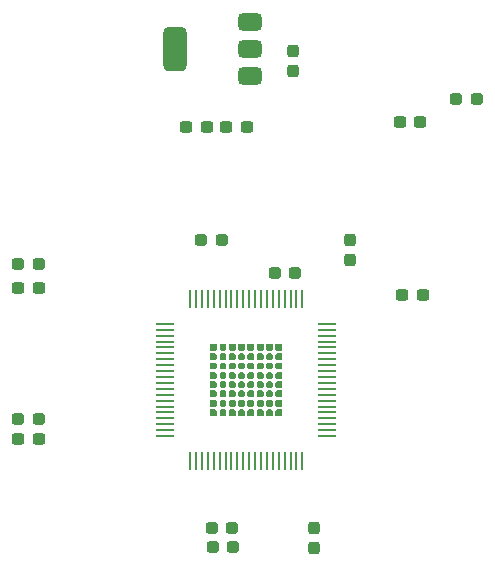
<source format=gbr>
%TF.GenerationSoftware,KiCad,Pcbnew,9.0.0*%
%TF.CreationDate,2025-03-16T19:50:11+02:00*%
%TF.ProjectId,TVP5147M1_decoder,54565035-3134-4374-9d31-5f6465636f64,rev?*%
%TF.SameCoordinates,Original*%
%TF.FileFunction,Paste,Top*%
%TF.FilePolarity,Positive*%
%FSLAX46Y46*%
G04 Gerber Fmt 4.6, Leading zero omitted, Abs format (unit mm)*
G04 Created by KiCad (PCBNEW 9.0.0) date 2025-03-16 19:50:11*
%MOMM*%
%LPD*%
G01*
G04 APERTURE LIST*
G04 Aperture macros list*
%AMRoundRect*
0 Rectangle with rounded corners*
0 $1 Rounding radius*
0 $2 $3 $4 $5 $6 $7 $8 $9 X,Y pos of 4 corners*
0 Add a 4 corners polygon primitive as box body*
4,1,4,$2,$3,$4,$5,$6,$7,$8,$9,$2,$3,0*
0 Add four circle primitives for the rounded corners*
1,1,$1+$1,$2,$3*
1,1,$1+$1,$4,$5*
1,1,$1+$1,$6,$7*
1,1,$1+$1,$8,$9*
0 Add four rect primitives between the rounded corners*
20,1,$1+$1,$2,$3,$4,$5,0*
20,1,$1+$1,$4,$5,$6,$7,0*
20,1,$1+$1,$6,$7,$8,$9,0*
20,1,$1+$1,$8,$9,$2,$3,0*%
G04 Aperture macros list end*
%ADD10C,0.000000*%
%ADD11RoundRect,0.237500X-0.300000X-0.237500X0.300000X-0.237500X0.300000X0.237500X-0.300000X0.237500X0*%
%ADD12RoundRect,0.237500X0.300000X0.237500X-0.300000X0.237500X-0.300000X-0.237500X0.300000X-0.237500X0*%
%ADD13R,0.279400X1.553299*%
%ADD14R,1.553299X0.279400*%
%ADD15RoundRect,0.237500X0.287500X0.237500X-0.287500X0.237500X-0.287500X-0.237500X0.287500X-0.237500X0*%
%ADD16RoundRect,0.237500X-0.287500X-0.237500X0.287500X-0.237500X0.287500X0.237500X-0.287500X0.237500X0*%
%ADD17RoundRect,0.237500X-0.237500X0.287500X-0.237500X-0.287500X0.237500X-0.287500X0.237500X0.287500X0*%
%ADD18RoundRect,0.237500X0.237500X-0.287500X0.237500X0.287500X-0.237500X0.287500X-0.237500X-0.287500X0*%
%ADD19RoundRect,0.375000X0.625000X0.375000X-0.625000X0.375000X-0.625000X-0.375000X0.625000X-0.375000X0*%
%ADD20RoundRect,0.500000X0.500000X1.400000X-0.500000X1.400000X-0.500000X-1.400000X0.500000X-1.400000X0*%
%ADD21RoundRect,0.237500X-0.237500X0.300000X-0.237500X-0.300000X0.237500X-0.300000X0.237500X0.300000X0*%
G04 APERTURE END LIST*
D10*
%TO.C,U2*%
G36*
X127512199Y-93443570D02*
G01*
X127512199Y-93748128D01*
X127370778Y-93889549D01*
X127066220Y-93889549D01*
X126924799Y-93748128D01*
X126924799Y-93443570D01*
X127066220Y-93302149D01*
X127370778Y-93302149D01*
X127512199Y-93443570D01*
G37*
G36*
X127512199Y-92656170D02*
G01*
X127512199Y-92960728D01*
X127370778Y-93102149D01*
X127066220Y-93102149D01*
X126924799Y-92960728D01*
X126924799Y-92656170D01*
X127066220Y-92514749D01*
X127370778Y-92514749D01*
X127512199Y-92656170D01*
G37*
G36*
X127512199Y-91868770D02*
G01*
X127512199Y-92173328D01*
X127370778Y-92314749D01*
X127066220Y-92314749D01*
X126924799Y-92173328D01*
X126924799Y-91868770D01*
X127066220Y-91727349D01*
X127370778Y-91727349D01*
X127512199Y-91868770D01*
G37*
G36*
X127512199Y-91081370D02*
G01*
X127512199Y-91385928D01*
X127370778Y-91527349D01*
X127066220Y-91527349D01*
X126924799Y-91385928D01*
X126924799Y-91081370D01*
X127066220Y-90939949D01*
X127370778Y-90939949D01*
X127512199Y-91081370D01*
G37*
G36*
X127512199Y-90293970D02*
G01*
X127512199Y-90598528D01*
X127370778Y-90739949D01*
X127066220Y-90739949D01*
X126924799Y-90598528D01*
X126924799Y-90293970D01*
X127066220Y-90152549D01*
X127370778Y-90152549D01*
X127512199Y-90293970D01*
G37*
G36*
X127512199Y-89506570D02*
G01*
X127512199Y-89811128D01*
X127370778Y-89952549D01*
X127066220Y-89952549D01*
X126924799Y-89811128D01*
X126924799Y-89506570D01*
X127066220Y-89365149D01*
X127370778Y-89365149D01*
X127512199Y-89506570D01*
G37*
G36*
X126724799Y-93443570D02*
G01*
X126724799Y-93748128D01*
X126583378Y-93889549D01*
X126278820Y-93889549D01*
X126137399Y-93748128D01*
X126137399Y-93443570D01*
X126278820Y-93302149D01*
X126583378Y-93302149D01*
X126724799Y-93443570D01*
G37*
G36*
X126724799Y-92656170D02*
G01*
X126724799Y-92960728D01*
X126583378Y-93102149D01*
X126278820Y-93102149D01*
X126137399Y-92960728D01*
X126137399Y-92656170D01*
X126278820Y-92514749D01*
X126583378Y-92514749D01*
X126724799Y-92656170D01*
G37*
G36*
X126724799Y-91868770D02*
G01*
X126724799Y-92173328D01*
X126583378Y-92314749D01*
X126278820Y-92314749D01*
X126137399Y-92173328D01*
X126137399Y-91868770D01*
X126278820Y-91727349D01*
X126583378Y-91727349D01*
X126724799Y-91868770D01*
G37*
G36*
X126724799Y-91081370D02*
G01*
X126724799Y-91385928D01*
X126583378Y-91527349D01*
X126278820Y-91527349D01*
X126137399Y-91385928D01*
X126137399Y-91081370D01*
X126278820Y-90939949D01*
X126583378Y-90939949D01*
X126724799Y-91081370D01*
G37*
G36*
X126724799Y-90293970D02*
G01*
X126724799Y-90598528D01*
X126583378Y-90739949D01*
X126278820Y-90739949D01*
X126137399Y-90598528D01*
X126137399Y-90293970D01*
X126278820Y-90152549D01*
X126583378Y-90152549D01*
X126724799Y-90293970D01*
G37*
G36*
X126724799Y-89506570D02*
G01*
X126724799Y-89811128D01*
X126583378Y-89952549D01*
X126278820Y-89952549D01*
X126137399Y-89811128D01*
X126137399Y-89506570D01*
X126278820Y-89365149D01*
X126583378Y-89365149D01*
X126724799Y-89506570D01*
G37*
G36*
X125937399Y-93443570D02*
G01*
X125937399Y-93748128D01*
X125795978Y-93889549D01*
X125491420Y-93889549D01*
X125349999Y-93748128D01*
X125349999Y-93443570D01*
X125491420Y-93302149D01*
X125795978Y-93302149D01*
X125937399Y-93443570D01*
G37*
G36*
X125937399Y-92656170D02*
G01*
X125937399Y-92960728D01*
X125795978Y-93102149D01*
X125491420Y-93102149D01*
X125349999Y-92960728D01*
X125349999Y-92656170D01*
X125491420Y-92514749D01*
X125795978Y-92514749D01*
X125937399Y-92656170D01*
G37*
G36*
X125937399Y-91868770D02*
G01*
X125937399Y-92173328D01*
X125795978Y-92314749D01*
X125491420Y-92314749D01*
X125349999Y-92173328D01*
X125349999Y-91868770D01*
X125491420Y-91727349D01*
X125795978Y-91727349D01*
X125937399Y-91868770D01*
G37*
G36*
X125937399Y-91081370D02*
G01*
X125937399Y-91385928D01*
X125795978Y-91527349D01*
X125491420Y-91527349D01*
X125349999Y-91385928D01*
X125349999Y-91081370D01*
X125491420Y-90939949D01*
X125795978Y-90939949D01*
X125937399Y-91081370D01*
G37*
G36*
X125937399Y-90293970D02*
G01*
X125937399Y-90598528D01*
X125795978Y-90739949D01*
X125491420Y-90739949D01*
X125349999Y-90598528D01*
X125349999Y-90293970D01*
X125491420Y-90152549D01*
X125795978Y-90152549D01*
X125937399Y-90293970D01*
G37*
G36*
X125937399Y-89506570D02*
G01*
X125937399Y-89811128D01*
X125795978Y-89952549D01*
X125491420Y-89952549D01*
X125349999Y-89811128D01*
X125349999Y-89506570D01*
X125491420Y-89365149D01*
X125795978Y-89365149D01*
X125937399Y-89506570D01*
G37*
G36*
X125149999Y-93443570D02*
G01*
X125149999Y-93748128D01*
X125008578Y-93889549D01*
X124704020Y-93889549D01*
X124562599Y-93748128D01*
X124562599Y-93443570D01*
X124704020Y-93302149D01*
X125008578Y-93302149D01*
X125149999Y-93443570D01*
G37*
G36*
X125149999Y-92656170D02*
G01*
X125149999Y-92960728D01*
X125008578Y-93102149D01*
X124704020Y-93102149D01*
X124562599Y-92960728D01*
X124562599Y-92656170D01*
X124704020Y-92514749D01*
X125008578Y-92514749D01*
X125149999Y-92656170D01*
G37*
G36*
X125149999Y-91868770D02*
G01*
X125149999Y-92173328D01*
X125008578Y-92314749D01*
X124704020Y-92314749D01*
X124562599Y-92173328D01*
X124562599Y-91868770D01*
X124704020Y-91727349D01*
X125008578Y-91727349D01*
X125149999Y-91868770D01*
G37*
G36*
X125149999Y-91081370D02*
G01*
X125149999Y-91385928D01*
X125008578Y-91527349D01*
X124704020Y-91527349D01*
X124562599Y-91385928D01*
X124562599Y-91081370D01*
X124704020Y-90939949D01*
X125008578Y-90939949D01*
X125149999Y-91081370D01*
G37*
G36*
X125149999Y-90293970D02*
G01*
X125149999Y-90598528D01*
X125008578Y-90739949D01*
X124704020Y-90739949D01*
X124562599Y-90598528D01*
X124562599Y-90293970D01*
X124704020Y-90152549D01*
X125008578Y-90152549D01*
X125149999Y-90293970D01*
G37*
G36*
X125149999Y-89506570D02*
G01*
X125149999Y-89811128D01*
X125008578Y-89952549D01*
X124704020Y-89952549D01*
X124562599Y-89811128D01*
X124562599Y-89506570D01*
X124704020Y-89365149D01*
X125008578Y-89365149D01*
X125149999Y-89506570D01*
G37*
G36*
X124362599Y-93443570D02*
G01*
X124362599Y-93748128D01*
X124221178Y-93889549D01*
X123916620Y-93889549D01*
X123775199Y-93748128D01*
X123775199Y-93443570D01*
X123916620Y-93302149D01*
X124221178Y-93302149D01*
X124362599Y-93443570D01*
G37*
G36*
X124362599Y-92656170D02*
G01*
X124362599Y-92960728D01*
X124221178Y-93102149D01*
X123916620Y-93102149D01*
X123775199Y-92960728D01*
X123775199Y-92656170D01*
X123916620Y-92514749D01*
X124221178Y-92514749D01*
X124362599Y-92656170D01*
G37*
G36*
X124362599Y-91868770D02*
G01*
X124362599Y-92173328D01*
X124221178Y-92314749D01*
X123916620Y-92314749D01*
X123775199Y-92173328D01*
X123775199Y-91868770D01*
X123916620Y-91727349D01*
X124221178Y-91727349D01*
X124362599Y-91868770D01*
G37*
G36*
X124362599Y-91081370D02*
G01*
X124362599Y-91385928D01*
X124221178Y-91527349D01*
X123916620Y-91527349D01*
X123775199Y-91385928D01*
X123775199Y-91081370D01*
X123916620Y-90939949D01*
X124221178Y-90939949D01*
X124362599Y-91081370D01*
G37*
G36*
X124362599Y-90293970D02*
G01*
X124362599Y-90598528D01*
X124221178Y-90739949D01*
X123916620Y-90739949D01*
X123775199Y-90598528D01*
X123775199Y-90293970D01*
X123916620Y-90152549D01*
X124221178Y-90152549D01*
X124362599Y-90293970D01*
G37*
G36*
X124362599Y-89506570D02*
G01*
X124362599Y-89811128D01*
X124221178Y-89952549D01*
X123916620Y-89952549D01*
X123775199Y-89811128D01*
X123775199Y-89506570D01*
X123916620Y-89365149D01*
X124221178Y-89365149D01*
X124362599Y-89506570D01*
G37*
G36*
X123575199Y-93443570D02*
G01*
X123575199Y-93748128D01*
X123433778Y-93889549D01*
X123129220Y-93889549D01*
X122987799Y-93748128D01*
X122987799Y-93443570D01*
X123129220Y-93302149D01*
X123433778Y-93302149D01*
X123575199Y-93443570D01*
G37*
G36*
X123575199Y-92656170D02*
G01*
X123575199Y-92960728D01*
X123433778Y-93102149D01*
X123129220Y-93102149D01*
X122987799Y-92960728D01*
X122987799Y-92656170D01*
X123129220Y-92514749D01*
X123433778Y-92514749D01*
X123575199Y-92656170D01*
G37*
G36*
X123575199Y-91868770D02*
G01*
X123575199Y-92173328D01*
X123433778Y-92314749D01*
X123129220Y-92314749D01*
X122987799Y-92173328D01*
X122987799Y-91868770D01*
X123129220Y-91727349D01*
X123433778Y-91727349D01*
X123575199Y-91868770D01*
G37*
G36*
X123575199Y-91081370D02*
G01*
X123575199Y-91385928D01*
X123433778Y-91527349D01*
X123129220Y-91527349D01*
X122987799Y-91385928D01*
X122987799Y-91081370D01*
X123129220Y-90939949D01*
X123433778Y-90939949D01*
X123575199Y-91081370D01*
G37*
G36*
X123575199Y-90293970D02*
G01*
X123575199Y-90598528D01*
X123433778Y-90739949D01*
X123129220Y-90739949D01*
X122987799Y-90598528D01*
X122987799Y-90293970D01*
X123129220Y-90152549D01*
X123433778Y-90152549D01*
X123575199Y-90293970D01*
G37*
G36*
X123575199Y-89506570D02*
G01*
X123575199Y-89811128D01*
X123433778Y-89952549D01*
X123129220Y-89952549D01*
X122987799Y-89811128D01*
X122987799Y-89506570D01*
X123129220Y-89365149D01*
X123433778Y-89365149D01*
X123575199Y-89506570D01*
G37*
G36*
X128286569Y-93889549D02*
G01*
X127853620Y-93889549D01*
X127712199Y-93748128D01*
X127712199Y-93443570D01*
X127853620Y-93302149D01*
X128286569Y-93302149D01*
X128286569Y-93889549D01*
G37*
G36*
X128286569Y-93102149D02*
G01*
X127853620Y-93102149D01*
X127712199Y-92960728D01*
X127712199Y-92656170D01*
X127853620Y-92514749D01*
X128286569Y-92514749D01*
X128286569Y-93102149D01*
G37*
G36*
X128286569Y-92314749D02*
G01*
X127853620Y-92314749D01*
X127712199Y-92173328D01*
X127712199Y-91868770D01*
X127853620Y-91727349D01*
X128286569Y-91727349D01*
X128286569Y-92314749D01*
G37*
G36*
X128286569Y-91527349D02*
G01*
X127853620Y-91527349D01*
X127712199Y-91385928D01*
X127712199Y-91081370D01*
X127853620Y-90939949D01*
X128286569Y-90939949D01*
X128286569Y-91527349D01*
G37*
G36*
X128286569Y-90739949D02*
G01*
X127853620Y-90739949D01*
X127712199Y-90598528D01*
X127712199Y-90293970D01*
X127853620Y-90152549D01*
X128286569Y-90152549D01*
X128286569Y-90739949D01*
G37*
G36*
X128286569Y-89952549D02*
G01*
X127853620Y-89952549D01*
X127712199Y-89811128D01*
X127712199Y-89506570D01*
X127853620Y-89365149D01*
X128286569Y-89365149D01*
X128286569Y-89952549D01*
G37*
G36*
X127512199Y-94230970D02*
G01*
X127512199Y-94663919D01*
X126924799Y-94663919D01*
X126924799Y-94230970D01*
X127066220Y-94089549D01*
X127370778Y-94089549D01*
X127512199Y-94230970D01*
G37*
G36*
X127512199Y-89023728D02*
G01*
X127370778Y-89165149D01*
X127066220Y-89165149D01*
X126924799Y-89023728D01*
X126924799Y-88590779D01*
X127512199Y-88590779D01*
X127512199Y-89023728D01*
G37*
G36*
X126724799Y-94230970D02*
G01*
X126724799Y-94663919D01*
X126137399Y-94663919D01*
X126137399Y-94230970D01*
X126278820Y-94089549D01*
X126583378Y-94089549D01*
X126724799Y-94230970D01*
G37*
G36*
X126724799Y-89023728D02*
G01*
X126583378Y-89165149D01*
X126278820Y-89165149D01*
X126137399Y-89023728D01*
X126137399Y-88590779D01*
X126724799Y-88590779D01*
X126724799Y-89023728D01*
G37*
G36*
X125937399Y-94230970D02*
G01*
X125937399Y-94663919D01*
X125349999Y-94663919D01*
X125349999Y-94230970D01*
X125491420Y-94089549D01*
X125795978Y-94089549D01*
X125937399Y-94230970D01*
G37*
G36*
X125937399Y-89023728D02*
G01*
X125795978Y-89165149D01*
X125491420Y-89165149D01*
X125349999Y-89023728D01*
X125349999Y-88590779D01*
X125937399Y-88590779D01*
X125937399Y-89023728D01*
G37*
G36*
X125149999Y-94230970D02*
G01*
X125149999Y-94663919D01*
X124562599Y-94663919D01*
X124562599Y-94230970D01*
X124704020Y-94089549D01*
X125008578Y-94089549D01*
X125149999Y-94230970D01*
G37*
G36*
X125149999Y-89023728D02*
G01*
X125008578Y-89165149D01*
X124704020Y-89165149D01*
X124562599Y-89023728D01*
X124562599Y-88590779D01*
X125149999Y-88590779D01*
X125149999Y-89023728D01*
G37*
G36*
X124362599Y-94230970D02*
G01*
X124362599Y-94663919D01*
X123775199Y-94663919D01*
X123775199Y-94230970D01*
X123916620Y-94089549D01*
X124221178Y-94089549D01*
X124362599Y-94230970D01*
G37*
G36*
X124362599Y-89023728D02*
G01*
X124221178Y-89165149D01*
X123916620Y-89165149D01*
X123775199Y-89023728D01*
X123775199Y-88590779D01*
X124362599Y-88590779D01*
X124362599Y-89023728D01*
G37*
G36*
X123575199Y-94230970D02*
G01*
X123575199Y-94663919D01*
X122987799Y-94663919D01*
X122987799Y-94230970D01*
X123129220Y-94089549D01*
X123433778Y-94089549D01*
X123575199Y-94230970D01*
G37*
G36*
X123575199Y-89023728D02*
G01*
X123433778Y-89165149D01*
X123129220Y-89165149D01*
X122987799Y-89023728D01*
X122987799Y-88590779D01*
X123575199Y-88590779D01*
X123575199Y-89023728D01*
G37*
G36*
X122787799Y-93443570D02*
G01*
X122787799Y-93748128D01*
X122646378Y-93889549D01*
X122213429Y-93889549D01*
X122213429Y-93302149D01*
X122646378Y-93302149D01*
X122787799Y-93443570D01*
G37*
G36*
X122787799Y-92656170D02*
G01*
X122787799Y-92960728D01*
X122646378Y-93102149D01*
X122213429Y-93102149D01*
X122213429Y-92514749D01*
X122646378Y-92514749D01*
X122787799Y-92656170D01*
G37*
G36*
X122787799Y-91868770D02*
G01*
X122787799Y-92173328D01*
X122646378Y-92314749D01*
X122213429Y-92314749D01*
X122213429Y-91727349D01*
X122646378Y-91727349D01*
X122787799Y-91868770D01*
G37*
G36*
X122787799Y-91081370D02*
G01*
X122787799Y-91385928D01*
X122646378Y-91527349D01*
X122213429Y-91527349D01*
X122213429Y-90939949D01*
X122646378Y-90939949D01*
X122787799Y-91081370D01*
G37*
G36*
X122787799Y-90293970D02*
G01*
X122787799Y-90598528D01*
X122646378Y-90739949D01*
X122213429Y-90739949D01*
X122213429Y-90152549D01*
X122646378Y-90152549D01*
X122787799Y-90293970D01*
G37*
G36*
X122787799Y-89506570D02*
G01*
X122787799Y-89811128D01*
X122646378Y-89952549D01*
X122213429Y-89952549D01*
X122213429Y-89365149D01*
X122646378Y-89365149D01*
X122787799Y-89506570D01*
G37*
G36*
X128286569Y-94663919D02*
G01*
X127712199Y-94663919D01*
X127712199Y-94230970D01*
X127853620Y-94089549D01*
X128286569Y-94089549D01*
X128286569Y-94663919D01*
G37*
G36*
X128286569Y-89165149D02*
G01*
X127853620Y-89165149D01*
X127712199Y-89023728D01*
X127712199Y-88590779D01*
X128286569Y-88590779D01*
X128286569Y-89165149D01*
G37*
G36*
X122787799Y-94230970D02*
G01*
X122787799Y-94663919D01*
X122213429Y-94663919D01*
X122213429Y-94089549D01*
X122646378Y-94089549D01*
X122787799Y-94230970D01*
G37*
G36*
X122787799Y-89023728D02*
G01*
X122646378Y-89165149D01*
X122213429Y-89165149D01*
X122213429Y-88590779D01*
X122787799Y-88590779D01*
X122787799Y-89023728D01*
G37*
%TD*%
D11*
%TO.C,C2*%
X138275000Y-69800000D03*
X140000000Y-69800000D03*
%TD*%
D12*
%TO.C,C37*%
X123547508Y-70200000D03*
X125272508Y-70200000D03*
%TD*%
D13*
%TO.C,U2*%
X120499998Y-84754698D03*
X121000000Y-84754698D03*
X121499999Y-84754698D03*
X121999998Y-84754698D03*
X122499999Y-84754698D03*
X122999998Y-84754698D03*
X123500000Y-84754698D03*
X123999999Y-84754698D03*
X124499998Y-84754698D03*
X124999999Y-84754698D03*
X125499999Y-84754698D03*
X126000000Y-84754698D03*
X126499999Y-84754698D03*
X126999998Y-84754698D03*
X127500000Y-84754698D03*
X127999999Y-84754698D03*
X128500000Y-84754698D03*
X128999999Y-84754698D03*
X129499998Y-84754698D03*
X130000000Y-84754698D03*
D14*
X132122650Y-86877348D03*
X132122650Y-87377350D03*
X132122650Y-87877349D03*
X132122650Y-88377348D03*
X132122650Y-88877349D03*
X132122650Y-89377348D03*
X132122650Y-89877350D03*
X132122650Y-90377349D03*
X132122650Y-90877348D03*
X132122650Y-91377349D03*
X132122650Y-91877349D03*
X132122650Y-92377350D03*
X132122650Y-92877349D03*
X132122650Y-93377348D03*
X132122650Y-93877350D03*
X132122650Y-94377349D03*
X132122650Y-94877350D03*
X132122650Y-95377349D03*
X132122650Y-95877348D03*
X132122650Y-96377350D03*
D13*
X130000000Y-98500000D03*
X129499998Y-98500000D03*
X128999999Y-98500000D03*
X128500000Y-98500000D03*
X127999999Y-98500000D03*
X127500000Y-98500000D03*
X126999998Y-98500000D03*
X126499999Y-98500000D03*
X126000000Y-98500000D03*
X125499999Y-98500000D03*
X124999999Y-98500000D03*
X124499998Y-98500000D03*
X123999999Y-98500000D03*
X123500000Y-98500000D03*
X122999998Y-98500000D03*
X122499999Y-98500000D03*
X121999998Y-98500000D03*
X121499999Y-98500000D03*
X121000000Y-98500000D03*
X120499998Y-98500000D03*
D14*
X118377348Y-96377350D03*
X118377348Y-95877348D03*
X118377348Y-95377349D03*
X118377348Y-94877348D03*
X118377348Y-94377349D03*
X118377348Y-93877350D03*
X118377348Y-93377348D03*
X118377348Y-92877349D03*
X118377348Y-92377347D03*
X118377348Y-91877349D03*
X118377348Y-91377349D03*
X118377348Y-90877348D03*
X118377348Y-90377349D03*
X118377348Y-89877350D03*
X118377348Y-89377348D03*
X118377348Y-88877349D03*
X118377348Y-88377348D03*
X118377348Y-87877349D03*
X118377348Y-87377350D03*
X118377348Y-86877348D03*
%TD*%
D15*
%TO.C,R15*%
X121450000Y-79800000D03*
X123200000Y-79800000D03*
%TD*%
D11*
%TO.C,C7*%
X140200000Y-84400000D03*
X138475000Y-84400000D03*
%TD*%
D16*
%TO.C,R6*%
X144800000Y-67800000D03*
X143050000Y-67800000D03*
%TD*%
D17*
%TO.C,RB8*%
X131000000Y-105875000D03*
X131000000Y-104125000D03*
%TD*%
D15*
%TO.C,R1*%
X122325000Y-104200000D03*
X124075000Y-104200000D03*
%TD*%
D16*
%TO.C,R5*%
X107675000Y-81800000D03*
X105925000Y-81800000D03*
%TD*%
D18*
%TO.C,R4*%
X134000000Y-79750000D03*
X134000000Y-81500000D03*
%TD*%
D16*
%TO.C,R8*%
X107675000Y-94900000D03*
X105925000Y-94900000D03*
%TD*%
D19*
%TO.C,U1*%
X125550000Y-61300000D03*
D20*
X119250000Y-63600000D03*
D19*
X125550000Y-63600000D03*
X125550000Y-65900000D03*
%TD*%
D12*
%TO.C,C30*%
X105937500Y-96600000D03*
X107662500Y-96600000D03*
%TD*%
D15*
%TO.C,R3*%
X127650000Y-82600000D03*
X129400000Y-82600000D03*
%TD*%
D16*
%TO.C,R2*%
X124150000Y-105800000D03*
X122400000Y-105800000D03*
%TD*%
D21*
%TO.C,C4*%
X129200000Y-65462500D03*
X129200000Y-63737500D03*
%TD*%
D12*
%TO.C,C27*%
X105937500Y-83800000D03*
X107662500Y-83800000D03*
%TD*%
D11*
%TO.C,C38*%
X121892504Y-70200000D03*
X120167504Y-70200000D03*
%TD*%
M02*

</source>
